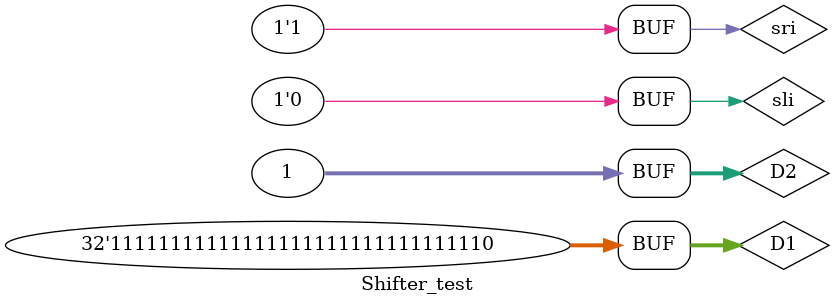
<source format=v>
`timescale 1ns / 1ps


module Shifter_test;
    reg [31:0] D1, D2;
    reg sli, sri;
    wire [31:0] DOut;
    Shifter shifter (.DOut(DOut),
                     .D1(D1),
                     .D2(D2),
                     .SLI(sli),
                     .SRI(sri));
    initial
    begin
        D1 = 1; D2 = 1; sli = 0; sri = 0;
    #2                  sli = 1; sri = 0;
    #2                  sli = 0; sri = 1;
    #2  D1 = -2;
    end
endmodule

</source>
